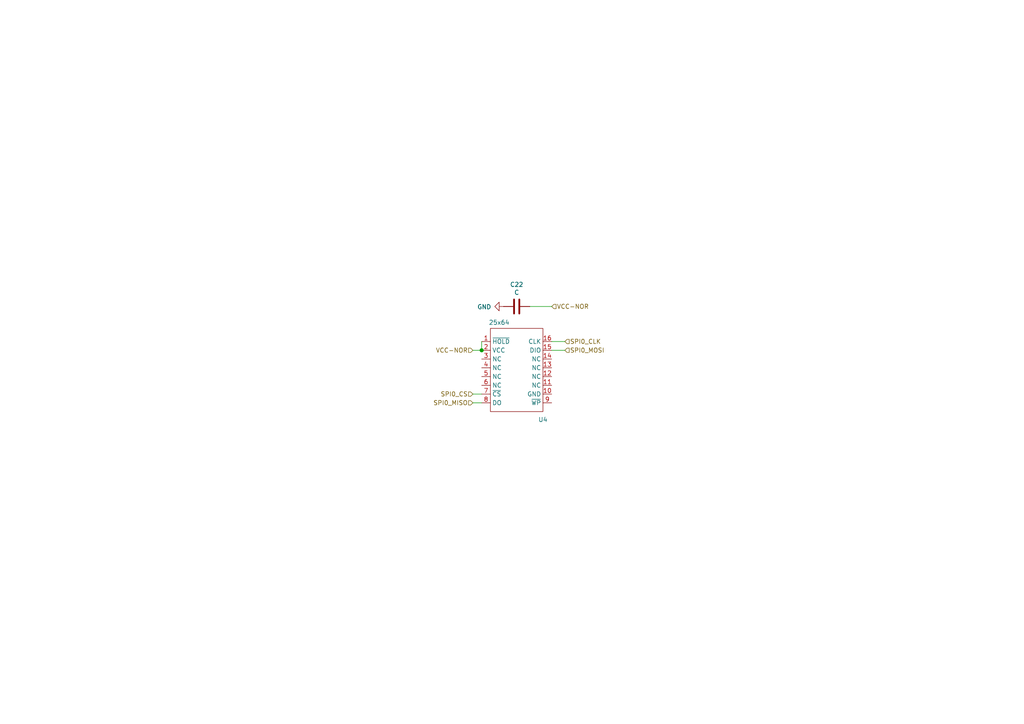
<source format=kicad_sch>
(kicad_sch (version 20210406) (generator eeschema)
  (paper "A4")
  (lib_symbols
    (symbol "25x64:25x64"
      (property "Reference" "U" (at 6.985 -12.7 0))
      (property "Value" "25x64" (at -5.08 13.97 0))
      (symbol "25x64_0_1"
        (rectangle (start -7.62 12.7) (end 7.62 -11.43) (stroke (width 0.1524)))
      )
      (symbol "25x64_1_1"
        (pin input line (at -10.16 8.89 0) (length 2.54) (name "~HOLD") (number "1"))
        (pin input line (at 10.16 -6.35 180) (length 2.54) (name "GND") (number "10"))
        (pin input line (at 10.16 -3.81 180) (length 2.54) (name "NC") (number "11"))
        (pin input line (at 10.16 -1.27 180) (length 2.54) (name "NC") (number "12"))
        (pin input line (at 10.16 1.27 180) (length 2.54) (name "NC") (number "13"))
        (pin input line (at 10.16 3.81 180) (length 2.54) (name "NC") (number "14"))
        (pin input line (at 10.16 6.35 180) (length 2.54) (name "DIO") (number "15"))
        (pin input line (at 10.16 8.89 180) (length 2.54) (name "CLK") (number "16"))
        (pin input line (at -10.16 6.35 0) (length 2.54) (name "VCC") (number "2"))
        (pin input line (at -10.16 3.81 0) (length 2.54) (name "NC") (number "3"))
        (pin input line (at -10.16 1.27 0) (length 2.54) (name "NC") (number "4"))
        (pin input line (at -10.16 -1.27 0) (length 2.54) (name "NC") (number "5"))
        (pin input line (at -10.16 -3.81 0) (length 2.54) (name "NC") (number "6"))
        (pin input line (at -10.16 -6.35 0) (length 2.54) (name "~CS") (number "7"))
        (pin input line (at -10.16 -8.89 0) (length 2.54) (name "DO") (number "8"))
        (pin input line (at 10.16 -8.89 180) (length 2.54) (name "~WP") (number "9"))
      )
    )
    (symbol "Device:C" (pin_numbers hide) (pin_names (offset 0.254))
      (property "Reference" "C" (at 0.635 2.54 0))
      (property "Value" "C" (at 0.635 -2.54 0))
      (symbol "C_0_1"
        (polyline (pts (xy -2.032 -0.762) (xy 2.032 -0.762)) (stroke (width 0.508)))
        (polyline (pts (xy -2.032 0.762) (xy 2.032 0.762)) (stroke (width 0.508)))
      )
      (symbol "C_1_1"
        (pin passive line (at 0 3.81 270) (length 2.794) (name "~") (number "1"))
        (pin passive line (at 0 -3.81 90) (length 2.794) (name "~") (number "2"))
      )
    )
    (symbol "power:GND" (power) (pin_names (offset 0))
      (property "Value" "GND" (at 0 -3.81 0))
      (symbol "GND_0_1"
        (polyline (pts (xy 0 0) (xy 0 -1.27) (xy 1.27 -1.27) (xy 0 -2.54) (xy -1.27 -1.27) (xy 0 -1.27)))
      )
      (symbol "GND_1_1"
        (pin power_in line (at 0 0 270) (length 0) hide (name "GND") (number "1"))
      )
    )
  )
  (junction (at 139.7 101.6) (diameter 1.016))
  (wire (pts (xy 137.16 101.6) (xy 139.7 101.6)))
  (wire (pts (xy 137.16 114.3) (xy 139.7 114.3)))
  (wire (pts (xy 137.16 116.84) (xy 139.7 116.84)))
  (wire (pts (xy 139.7 99.06) (xy 139.7 101.6)))
  (wire (pts (xy 160.02 88.9) (xy 153.67 88.9)))
  (wire (pts (xy 163.83 99.06) (xy 160.02 99.06)))
  (wire (pts (xy 163.83 101.6) (xy 160.02 101.6)))
  (hierarchical_label "VCC-NOR" (shape input) (at 137.16 101.6 180))
  (hierarchical_label "SPI0_CS" (shape input) (at 137.16 114.3 180))
  (hierarchical_label "SPI0_MISO" (shape input) (at 137.16 116.84 180))
  (hierarchical_label "VCC-NOR" (shape input) (at 160.02 88.9 0))
  (hierarchical_label "SPI0_CLK" (shape input) (at 163.83 99.06 0))
  (hierarchical_label "SPI0_MOSI" (shape input) (at 163.83 101.6 0))
  (symbol (lib_id "power:GND") (at 146.05 88.9 270) (unit 1)
    (property "Reference" "#PWR0123" (effects hide))
    (property "Value" "GND" (at 140.4556 89.0143 90))
  )
  (symbol (lib_id "Device:C") (at 149.86 88.9 90) (unit 1)
    (property "Reference" "C22" (at 149.86 82.5308 90))
    (property "Value" "C" (at 149.86 84.8295 90))
  )
  (symbol (lib_id "25x64:25x64") (at 149.86 107.95 0) (unit 1)
    (property "Reference" "U4" (at 157.48 121.7126 0))
    (property "Value" "25x64" (at 144.78 93.5313 0))
    (property "Footprint" "Package_SO:SOIC-16W_7.5x10.3mm_P1.27mm" (effects hide))
  )
)
</source>
